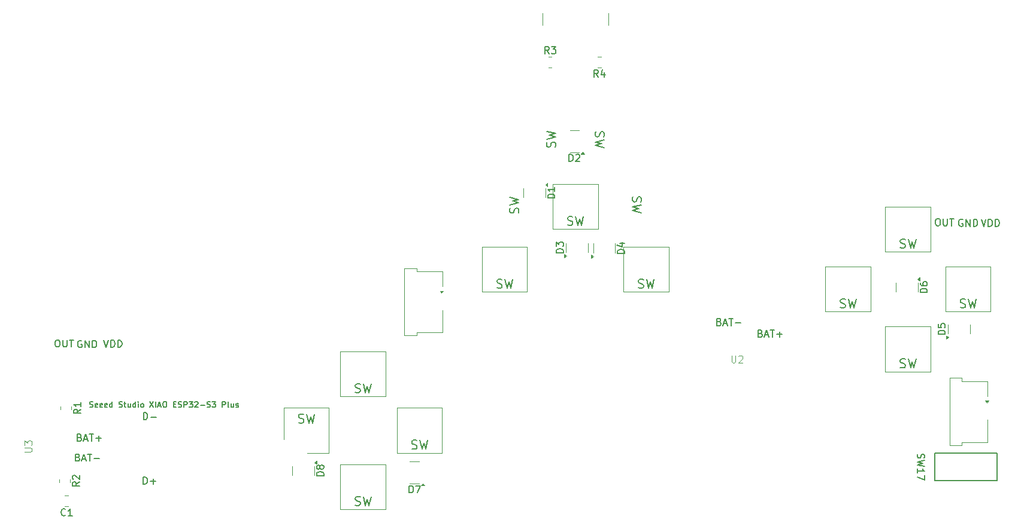
<source format=gbr>
%TF.GenerationSoftware,KiCad,Pcbnew,9.0.2*%
%TF.CreationDate,2025-07-08T14:50:53+02:00*%
%TF.ProjectId,FMControllerSeed,464d436f-6e74-4726-9f6c-6c6572536565,rev?*%
%TF.SameCoordinates,Original*%
%TF.FileFunction,Legend,Top*%
%TF.FilePolarity,Positive*%
%FSLAX46Y46*%
G04 Gerber Fmt 4.6, Leading zero omitted, Abs format (unit mm)*
G04 Created by KiCad (PCBNEW 9.0.2) date 2025-07-08 14:50:53*
%MOMM*%
%LPD*%
G01*
G04 APERTURE LIST*
%ADD10C,0.150000*%
%ADD11C,0.100000*%
%ADD12C,0.120000*%
%ADD13C,0.152400*%
G04 APERTURE END LIST*
D10*
X86956779Y-120829819D02*
X86956779Y-119829819D01*
X86956779Y-119829819D02*
X87194874Y-119829819D01*
X87194874Y-119829819D02*
X87337731Y-119877438D01*
X87337731Y-119877438D02*
X87432969Y-119972676D01*
X87432969Y-119972676D02*
X87480588Y-120067914D01*
X87480588Y-120067914D02*
X87528207Y-120258390D01*
X87528207Y-120258390D02*
X87528207Y-120401247D01*
X87528207Y-120401247D02*
X87480588Y-120591723D01*
X87480588Y-120591723D02*
X87432969Y-120686961D01*
X87432969Y-120686961D02*
X87337731Y-120782200D01*
X87337731Y-120782200D02*
X87194874Y-120829819D01*
X87194874Y-120829819D02*
X86956779Y-120829819D01*
X87956779Y-120448866D02*
X88718684Y-120448866D01*
X88337731Y-120829819D02*
X88337731Y-120067914D01*
X86986779Y-111699819D02*
X86986779Y-110699819D01*
X86986779Y-110699819D02*
X87224874Y-110699819D01*
X87224874Y-110699819D02*
X87367731Y-110747438D01*
X87367731Y-110747438D02*
X87462969Y-110842676D01*
X87462969Y-110842676D02*
X87510588Y-110937914D01*
X87510588Y-110937914D02*
X87558207Y-111128390D01*
X87558207Y-111128390D02*
X87558207Y-111271247D01*
X87558207Y-111271247D02*
X87510588Y-111461723D01*
X87510588Y-111461723D02*
X87462969Y-111556961D01*
X87462969Y-111556961D02*
X87367731Y-111652200D01*
X87367731Y-111652200D02*
X87224874Y-111699819D01*
X87224874Y-111699819D02*
X86986779Y-111699819D01*
X87986779Y-111318866D02*
X88748684Y-111318866D01*
X74727255Y-100399819D02*
X74917731Y-100399819D01*
X74917731Y-100399819D02*
X75012969Y-100447438D01*
X75012969Y-100447438D02*
X75108207Y-100542676D01*
X75108207Y-100542676D02*
X75155826Y-100733152D01*
X75155826Y-100733152D02*
X75155826Y-101066485D01*
X75155826Y-101066485D02*
X75108207Y-101256961D01*
X75108207Y-101256961D02*
X75012969Y-101352200D01*
X75012969Y-101352200D02*
X74917731Y-101399819D01*
X74917731Y-101399819D02*
X74727255Y-101399819D01*
X74727255Y-101399819D02*
X74632017Y-101352200D01*
X74632017Y-101352200D02*
X74536779Y-101256961D01*
X74536779Y-101256961D02*
X74489160Y-101066485D01*
X74489160Y-101066485D02*
X74489160Y-100733152D01*
X74489160Y-100733152D02*
X74536779Y-100542676D01*
X74536779Y-100542676D02*
X74632017Y-100447438D01*
X74632017Y-100447438D02*
X74727255Y-100399819D01*
X75584398Y-100399819D02*
X75584398Y-101209342D01*
X75584398Y-101209342D02*
X75632017Y-101304580D01*
X75632017Y-101304580D02*
X75679636Y-101352200D01*
X75679636Y-101352200D02*
X75774874Y-101399819D01*
X75774874Y-101399819D02*
X75965350Y-101399819D01*
X75965350Y-101399819D02*
X76060588Y-101352200D01*
X76060588Y-101352200D02*
X76108207Y-101304580D01*
X76108207Y-101304580D02*
X76155826Y-101209342D01*
X76155826Y-101209342D02*
X76155826Y-100399819D01*
X76489160Y-100399819D02*
X77060588Y-100399819D01*
X76774874Y-101399819D02*
X76774874Y-100399819D01*
X78237010Y-100527438D02*
X78141772Y-100479819D01*
X78141772Y-100479819D02*
X77998915Y-100479819D01*
X77998915Y-100479819D02*
X77856058Y-100527438D01*
X77856058Y-100527438D02*
X77760820Y-100622676D01*
X77760820Y-100622676D02*
X77713201Y-100717914D01*
X77713201Y-100717914D02*
X77665582Y-100908390D01*
X77665582Y-100908390D02*
X77665582Y-101051247D01*
X77665582Y-101051247D02*
X77713201Y-101241723D01*
X77713201Y-101241723D02*
X77760820Y-101336961D01*
X77760820Y-101336961D02*
X77856058Y-101432200D01*
X77856058Y-101432200D02*
X77998915Y-101479819D01*
X77998915Y-101479819D02*
X78094153Y-101479819D01*
X78094153Y-101479819D02*
X78237010Y-101432200D01*
X78237010Y-101432200D02*
X78284629Y-101384580D01*
X78284629Y-101384580D02*
X78284629Y-101051247D01*
X78284629Y-101051247D02*
X78094153Y-101051247D01*
X78713201Y-101479819D02*
X78713201Y-100479819D01*
X78713201Y-100479819D02*
X79284629Y-101479819D01*
X79284629Y-101479819D02*
X79284629Y-100479819D01*
X79760820Y-101479819D02*
X79760820Y-100479819D01*
X79760820Y-100479819D02*
X79998915Y-100479819D01*
X79998915Y-100479819D02*
X80141772Y-100527438D01*
X80141772Y-100527438D02*
X80237010Y-100622676D01*
X80237010Y-100622676D02*
X80284629Y-100717914D01*
X80284629Y-100717914D02*
X80332248Y-100908390D01*
X80332248Y-100908390D02*
X80332248Y-101051247D01*
X80332248Y-101051247D02*
X80284629Y-101241723D01*
X80284629Y-101241723D02*
X80237010Y-101336961D01*
X80237010Y-101336961D02*
X80141772Y-101432200D01*
X80141772Y-101432200D02*
X79998915Y-101479819D01*
X79998915Y-101479819D02*
X79760820Y-101479819D01*
X77700112Y-117046009D02*
X77842969Y-117093628D01*
X77842969Y-117093628D02*
X77890588Y-117141247D01*
X77890588Y-117141247D02*
X77938207Y-117236485D01*
X77938207Y-117236485D02*
X77938207Y-117379342D01*
X77938207Y-117379342D02*
X77890588Y-117474580D01*
X77890588Y-117474580D02*
X77842969Y-117522200D01*
X77842969Y-117522200D02*
X77747731Y-117569819D01*
X77747731Y-117569819D02*
X77366779Y-117569819D01*
X77366779Y-117569819D02*
X77366779Y-116569819D01*
X77366779Y-116569819D02*
X77700112Y-116569819D01*
X77700112Y-116569819D02*
X77795350Y-116617438D01*
X77795350Y-116617438D02*
X77842969Y-116665057D01*
X77842969Y-116665057D02*
X77890588Y-116760295D01*
X77890588Y-116760295D02*
X77890588Y-116855533D01*
X77890588Y-116855533D02*
X77842969Y-116950771D01*
X77842969Y-116950771D02*
X77795350Y-116998390D01*
X77795350Y-116998390D02*
X77700112Y-117046009D01*
X77700112Y-117046009D02*
X77366779Y-117046009D01*
X78319160Y-117284104D02*
X78795350Y-117284104D01*
X78223922Y-117569819D02*
X78557255Y-116569819D01*
X78557255Y-116569819D02*
X78890588Y-117569819D01*
X79081065Y-116569819D02*
X79652493Y-116569819D01*
X79366779Y-117569819D02*
X79366779Y-116569819D01*
X79985827Y-117188866D02*
X80747732Y-117188866D01*
X199197255Y-83219819D02*
X199387731Y-83219819D01*
X199387731Y-83219819D02*
X199482969Y-83267438D01*
X199482969Y-83267438D02*
X199578207Y-83362676D01*
X199578207Y-83362676D02*
X199625826Y-83553152D01*
X199625826Y-83553152D02*
X199625826Y-83886485D01*
X199625826Y-83886485D02*
X199578207Y-84076961D01*
X199578207Y-84076961D02*
X199482969Y-84172200D01*
X199482969Y-84172200D02*
X199387731Y-84219819D01*
X199387731Y-84219819D02*
X199197255Y-84219819D01*
X199197255Y-84219819D02*
X199102017Y-84172200D01*
X199102017Y-84172200D02*
X199006779Y-84076961D01*
X199006779Y-84076961D02*
X198959160Y-83886485D01*
X198959160Y-83886485D02*
X198959160Y-83553152D01*
X198959160Y-83553152D02*
X199006779Y-83362676D01*
X199006779Y-83362676D02*
X199102017Y-83267438D01*
X199102017Y-83267438D02*
X199197255Y-83219819D01*
X200054398Y-83219819D02*
X200054398Y-84029342D01*
X200054398Y-84029342D02*
X200102017Y-84124580D01*
X200102017Y-84124580D02*
X200149636Y-84172200D01*
X200149636Y-84172200D02*
X200244874Y-84219819D01*
X200244874Y-84219819D02*
X200435350Y-84219819D01*
X200435350Y-84219819D02*
X200530588Y-84172200D01*
X200530588Y-84172200D02*
X200578207Y-84124580D01*
X200578207Y-84124580D02*
X200625826Y-84029342D01*
X200625826Y-84029342D02*
X200625826Y-83219819D01*
X200959160Y-83219819D02*
X201530588Y-83219819D01*
X201244874Y-84219819D02*
X201244874Y-83219819D01*
X174220112Y-99466009D02*
X174362969Y-99513628D01*
X174362969Y-99513628D02*
X174410588Y-99561247D01*
X174410588Y-99561247D02*
X174458207Y-99656485D01*
X174458207Y-99656485D02*
X174458207Y-99799342D01*
X174458207Y-99799342D02*
X174410588Y-99894580D01*
X174410588Y-99894580D02*
X174362969Y-99942200D01*
X174362969Y-99942200D02*
X174267731Y-99989819D01*
X174267731Y-99989819D02*
X173886779Y-99989819D01*
X173886779Y-99989819D02*
X173886779Y-98989819D01*
X173886779Y-98989819D02*
X174220112Y-98989819D01*
X174220112Y-98989819D02*
X174315350Y-99037438D01*
X174315350Y-99037438D02*
X174362969Y-99085057D01*
X174362969Y-99085057D02*
X174410588Y-99180295D01*
X174410588Y-99180295D02*
X174410588Y-99275533D01*
X174410588Y-99275533D02*
X174362969Y-99370771D01*
X174362969Y-99370771D02*
X174315350Y-99418390D01*
X174315350Y-99418390D02*
X174220112Y-99466009D01*
X174220112Y-99466009D02*
X173886779Y-99466009D01*
X174839160Y-99704104D02*
X175315350Y-99704104D01*
X174743922Y-99989819D02*
X175077255Y-98989819D01*
X175077255Y-98989819D02*
X175410588Y-99989819D01*
X175601065Y-98989819D02*
X176172493Y-98989819D01*
X175886779Y-99989819D02*
X175886779Y-98989819D01*
X176505827Y-99608866D02*
X177267732Y-99608866D01*
X176886779Y-99989819D02*
X176886779Y-99227914D01*
X205423922Y-83319819D02*
X205757255Y-84319819D01*
X205757255Y-84319819D02*
X206090588Y-83319819D01*
X206423922Y-84319819D02*
X206423922Y-83319819D01*
X206423922Y-83319819D02*
X206662017Y-83319819D01*
X206662017Y-83319819D02*
X206804874Y-83367438D01*
X206804874Y-83367438D02*
X206900112Y-83462676D01*
X206900112Y-83462676D02*
X206947731Y-83557914D01*
X206947731Y-83557914D02*
X206995350Y-83748390D01*
X206995350Y-83748390D02*
X206995350Y-83891247D01*
X206995350Y-83891247D02*
X206947731Y-84081723D01*
X206947731Y-84081723D02*
X206900112Y-84176961D01*
X206900112Y-84176961D02*
X206804874Y-84272200D01*
X206804874Y-84272200D02*
X206662017Y-84319819D01*
X206662017Y-84319819D02*
X206423922Y-84319819D01*
X207423922Y-84319819D02*
X207423922Y-83319819D01*
X207423922Y-83319819D02*
X207662017Y-83319819D01*
X207662017Y-83319819D02*
X207804874Y-83367438D01*
X207804874Y-83367438D02*
X207900112Y-83462676D01*
X207900112Y-83462676D02*
X207947731Y-83557914D01*
X207947731Y-83557914D02*
X207995350Y-83748390D01*
X207995350Y-83748390D02*
X207995350Y-83891247D01*
X207995350Y-83891247D02*
X207947731Y-84081723D01*
X207947731Y-84081723D02*
X207900112Y-84176961D01*
X207900112Y-84176961D02*
X207804874Y-84272200D01*
X207804874Y-84272200D02*
X207662017Y-84319819D01*
X207662017Y-84319819D02*
X207423922Y-84319819D01*
X81353922Y-100419819D02*
X81687255Y-101419819D01*
X81687255Y-101419819D02*
X82020588Y-100419819D01*
X82353922Y-101419819D02*
X82353922Y-100419819D01*
X82353922Y-100419819D02*
X82592017Y-100419819D01*
X82592017Y-100419819D02*
X82734874Y-100467438D01*
X82734874Y-100467438D02*
X82830112Y-100562676D01*
X82830112Y-100562676D02*
X82877731Y-100657914D01*
X82877731Y-100657914D02*
X82925350Y-100848390D01*
X82925350Y-100848390D02*
X82925350Y-100991247D01*
X82925350Y-100991247D02*
X82877731Y-101181723D01*
X82877731Y-101181723D02*
X82830112Y-101276961D01*
X82830112Y-101276961D02*
X82734874Y-101372200D01*
X82734874Y-101372200D02*
X82592017Y-101419819D01*
X82592017Y-101419819D02*
X82353922Y-101419819D01*
X83353922Y-101419819D02*
X83353922Y-100419819D01*
X83353922Y-100419819D02*
X83592017Y-100419819D01*
X83592017Y-100419819D02*
X83734874Y-100467438D01*
X83734874Y-100467438D02*
X83830112Y-100562676D01*
X83830112Y-100562676D02*
X83877731Y-100657914D01*
X83877731Y-100657914D02*
X83925350Y-100848390D01*
X83925350Y-100848390D02*
X83925350Y-100991247D01*
X83925350Y-100991247D02*
X83877731Y-101181723D01*
X83877731Y-101181723D02*
X83830112Y-101276961D01*
X83830112Y-101276961D02*
X83734874Y-101372200D01*
X83734874Y-101372200D02*
X83592017Y-101419819D01*
X83592017Y-101419819D02*
X83353922Y-101419819D01*
X168370112Y-97846009D02*
X168512969Y-97893628D01*
X168512969Y-97893628D02*
X168560588Y-97941247D01*
X168560588Y-97941247D02*
X168608207Y-98036485D01*
X168608207Y-98036485D02*
X168608207Y-98179342D01*
X168608207Y-98179342D02*
X168560588Y-98274580D01*
X168560588Y-98274580D02*
X168512969Y-98322200D01*
X168512969Y-98322200D02*
X168417731Y-98369819D01*
X168417731Y-98369819D02*
X168036779Y-98369819D01*
X168036779Y-98369819D02*
X168036779Y-97369819D01*
X168036779Y-97369819D02*
X168370112Y-97369819D01*
X168370112Y-97369819D02*
X168465350Y-97417438D01*
X168465350Y-97417438D02*
X168512969Y-97465057D01*
X168512969Y-97465057D02*
X168560588Y-97560295D01*
X168560588Y-97560295D02*
X168560588Y-97655533D01*
X168560588Y-97655533D02*
X168512969Y-97750771D01*
X168512969Y-97750771D02*
X168465350Y-97798390D01*
X168465350Y-97798390D02*
X168370112Y-97846009D01*
X168370112Y-97846009D02*
X168036779Y-97846009D01*
X168989160Y-98084104D02*
X169465350Y-98084104D01*
X168893922Y-98369819D02*
X169227255Y-97369819D01*
X169227255Y-97369819D02*
X169560588Y-98369819D01*
X169751065Y-97369819D02*
X170322493Y-97369819D01*
X170036779Y-98369819D02*
X170036779Y-97369819D01*
X170655827Y-97988866D02*
X171417732Y-97988866D01*
X202800588Y-83357438D02*
X202705350Y-83309819D01*
X202705350Y-83309819D02*
X202562493Y-83309819D01*
X202562493Y-83309819D02*
X202419636Y-83357438D01*
X202419636Y-83357438D02*
X202324398Y-83452676D01*
X202324398Y-83452676D02*
X202276779Y-83547914D01*
X202276779Y-83547914D02*
X202229160Y-83738390D01*
X202229160Y-83738390D02*
X202229160Y-83881247D01*
X202229160Y-83881247D02*
X202276779Y-84071723D01*
X202276779Y-84071723D02*
X202324398Y-84166961D01*
X202324398Y-84166961D02*
X202419636Y-84262200D01*
X202419636Y-84262200D02*
X202562493Y-84309819D01*
X202562493Y-84309819D02*
X202657731Y-84309819D01*
X202657731Y-84309819D02*
X202800588Y-84262200D01*
X202800588Y-84262200D02*
X202848207Y-84214580D01*
X202848207Y-84214580D02*
X202848207Y-83881247D01*
X202848207Y-83881247D02*
X202657731Y-83881247D01*
X203276779Y-84309819D02*
X203276779Y-83309819D01*
X203276779Y-83309819D02*
X203848207Y-84309819D01*
X203848207Y-84309819D02*
X203848207Y-83309819D01*
X204324398Y-84309819D02*
X204324398Y-83309819D01*
X204324398Y-83309819D02*
X204562493Y-83309819D01*
X204562493Y-83309819D02*
X204705350Y-83357438D01*
X204705350Y-83357438D02*
X204800588Y-83452676D01*
X204800588Y-83452676D02*
X204848207Y-83547914D01*
X204848207Y-83547914D02*
X204895826Y-83738390D01*
X204895826Y-83738390D02*
X204895826Y-83881247D01*
X204895826Y-83881247D02*
X204848207Y-84071723D01*
X204848207Y-84071723D02*
X204800588Y-84166961D01*
X204800588Y-84166961D02*
X204705350Y-84262200D01*
X204705350Y-84262200D02*
X204562493Y-84309819D01*
X204562493Y-84309819D02*
X204324398Y-84309819D01*
X77960112Y-114206009D02*
X78102969Y-114253628D01*
X78102969Y-114253628D02*
X78150588Y-114301247D01*
X78150588Y-114301247D02*
X78198207Y-114396485D01*
X78198207Y-114396485D02*
X78198207Y-114539342D01*
X78198207Y-114539342D02*
X78150588Y-114634580D01*
X78150588Y-114634580D02*
X78102969Y-114682200D01*
X78102969Y-114682200D02*
X78007731Y-114729819D01*
X78007731Y-114729819D02*
X77626779Y-114729819D01*
X77626779Y-114729819D02*
X77626779Y-113729819D01*
X77626779Y-113729819D02*
X77960112Y-113729819D01*
X77960112Y-113729819D02*
X78055350Y-113777438D01*
X78055350Y-113777438D02*
X78102969Y-113825057D01*
X78102969Y-113825057D02*
X78150588Y-113920295D01*
X78150588Y-113920295D02*
X78150588Y-114015533D01*
X78150588Y-114015533D02*
X78102969Y-114110771D01*
X78102969Y-114110771D02*
X78055350Y-114158390D01*
X78055350Y-114158390D02*
X77960112Y-114206009D01*
X77960112Y-114206009D02*
X77626779Y-114206009D01*
X78579160Y-114444104D02*
X79055350Y-114444104D01*
X78483922Y-114729819D02*
X78817255Y-113729819D01*
X78817255Y-113729819D02*
X79150588Y-114729819D01*
X79341065Y-113729819D02*
X79912493Y-113729819D01*
X79626779Y-114729819D02*
X79626779Y-113729819D01*
X80245827Y-114348866D02*
X81007732Y-114348866D01*
X80626779Y-114729819D02*
X80626779Y-113967914D01*
X79361064Y-109906200D02*
X79475350Y-109944295D01*
X79475350Y-109944295D02*
X79665826Y-109944295D01*
X79665826Y-109944295D02*
X79742017Y-109906200D01*
X79742017Y-109906200D02*
X79780112Y-109868104D01*
X79780112Y-109868104D02*
X79818207Y-109791914D01*
X79818207Y-109791914D02*
X79818207Y-109715723D01*
X79818207Y-109715723D02*
X79780112Y-109639533D01*
X79780112Y-109639533D02*
X79742017Y-109601438D01*
X79742017Y-109601438D02*
X79665826Y-109563342D01*
X79665826Y-109563342D02*
X79513445Y-109525247D01*
X79513445Y-109525247D02*
X79437255Y-109487152D01*
X79437255Y-109487152D02*
X79399160Y-109449057D01*
X79399160Y-109449057D02*
X79361064Y-109372866D01*
X79361064Y-109372866D02*
X79361064Y-109296676D01*
X79361064Y-109296676D02*
X79399160Y-109220485D01*
X79399160Y-109220485D02*
X79437255Y-109182390D01*
X79437255Y-109182390D02*
X79513445Y-109144295D01*
X79513445Y-109144295D02*
X79703922Y-109144295D01*
X79703922Y-109144295D02*
X79818207Y-109182390D01*
X80465827Y-109906200D02*
X80389636Y-109944295D01*
X80389636Y-109944295D02*
X80237255Y-109944295D01*
X80237255Y-109944295D02*
X80161065Y-109906200D01*
X80161065Y-109906200D02*
X80122969Y-109830009D01*
X80122969Y-109830009D02*
X80122969Y-109525247D01*
X80122969Y-109525247D02*
X80161065Y-109449057D01*
X80161065Y-109449057D02*
X80237255Y-109410961D01*
X80237255Y-109410961D02*
X80389636Y-109410961D01*
X80389636Y-109410961D02*
X80465827Y-109449057D01*
X80465827Y-109449057D02*
X80503922Y-109525247D01*
X80503922Y-109525247D02*
X80503922Y-109601438D01*
X80503922Y-109601438D02*
X80122969Y-109677628D01*
X81151541Y-109906200D02*
X81075350Y-109944295D01*
X81075350Y-109944295D02*
X80922969Y-109944295D01*
X80922969Y-109944295D02*
X80846779Y-109906200D01*
X80846779Y-109906200D02*
X80808683Y-109830009D01*
X80808683Y-109830009D02*
X80808683Y-109525247D01*
X80808683Y-109525247D02*
X80846779Y-109449057D01*
X80846779Y-109449057D02*
X80922969Y-109410961D01*
X80922969Y-109410961D02*
X81075350Y-109410961D01*
X81075350Y-109410961D02*
X81151541Y-109449057D01*
X81151541Y-109449057D02*
X81189636Y-109525247D01*
X81189636Y-109525247D02*
X81189636Y-109601438D01*
X81189636Y-109601438D02*
X80808683Y-109677628D01*
X81837255Y-109906200D02*
X81761064Y-109944295D01*
X81761064Y-109944295D02*
X81608683Y-109944295D01*
X81608683Y-109944295D02*
X81532493Y-109906200D01*
X81532493Y-109906200D02*
X81494397Y-109830009D01*
X81494397Y-109830009D02*
X81494397Y-109525247D01*
X81494397Y-109525247D02*
X81532493Y-109449057D01*
X81532493Y-109449057D02*
X81608683Y-109410961D01*
X81608683Y-109410961D02*
X81761064Y-109410961D01*
X81761064Y-109410961D02*
X81837255Y-109449057D01*
X81837255Y-109449057D02*
X81875350Y-109525247D01*
X81875350Y-109525247D02*
X81875350Y-109601438D01*
X81875350Y-109601438D02*
X81494397Y-109677628D01*
X82561064Y-109944295D02*
X82561064Y-109144295D01*
X82561064Y-109906200D02*
X82484873Y-109944295D01*
X82484873Y-109944295D02*
X82332492Y-109944295D01*
X82332492Y-109944295D02*
X82256302Y-109906200D01*
X82256302Y-109906200D02*
X82218207Y-109868104D01*
X82218207Y-109868104D02*
X82180111Y-109791914D01*
X82180111Y-109791914D02*
X82180111Y-109563342D01*
X82180111Y-109563342D02*
X82218207Y-109487152D01*
X82218207Y-109487152D02*
X82256302Y-109449057D01*
X82256302Y-109449057D02*
X82332492Y-109410961D01*
X82332492Y-109410961D02*
X82484873Y-109410961D01*
X82484873Y-109410961D02*
X82561064Y-109449057D01*
X83513445Y-109906200D02*
X83627731Y-109944295D01*
X83627731Y-109944295D02*
X83818207Y-109944295D01*
X83818207Y-109944295D02*
X83894398Y-109906200D01*
X83894398Y-109906200D02*
X83932493Y-109868104D01*
X83932493Y-109868104D02*
X83970588Y-109791914D01*
X83970588Y-109791914D02*
X83970588Y-109715723D01*
X83970588Y-109715723D02*
X83932493Y-109639533D01*
X83932493Y-109639533D02*
X83894398Y-109601438D01*
X83894398Y-109601438D02*
X83818207Y-109563342D01*
X83818207Y-109563342D02*
X83665826Y-109525247D01*
X83665826Y-109525247D02*
X83589636Y-109487152D01*
X83589636Y-109487152D02*
X83551541Y-109449057D01*
X83551541Y-109449057D02*
X83513445Y-109372866D01*
X83513445Y-109372866D02*
X83513445Y-109296676D01*
X83513445Y-109296676D02*
X83551541Y-109220485D01*
X83551541Y-109220485D02*
X83589636Y-109182390D01*
X83589636Y-109182390D02*
X83665826Y-109144295D01*
X83665826Y-109144295D02*
X83856303Y-109144295D01*
X83856303Y-109144295D02*
X83970588Y-109182390D01*
X84199160Y-109410961D02*
X84503922Y-109410961D01*
X84313446Y-109144295D02*
X84313446Y-109830009D01*
X84313446Y-109830009D02*
X84351541Y-109906200D01*
X84351541Y-109906200D02*
X84427731Y-109944295D01*
X84427731Y-109944295D02*
X84503922Y-109944295D01*
X85113446Y-109410961D02*
X85113446Y-109944295D01*
X84770589Y-109410961D02*
X84770589Y-109830009D01*
X84770589Y-109830009D02*
X84808684Y-109906200D01*
X84808684Y-109906200D02*
X84884874Y-109944295D01*
X84884874Y-109944295D02*
X84999160Y-109944295D01*
X84999160Y-109944295D02*
X85075351Y-109906200D01*
X85075351Y-109906200D02*
X85113446Y-109868104D01*
X85837256Y-109944295D02*
X85837256Y-109144295D01*
X85837256Y-109906200D02*
X85761065Y-109944295D01*
X85761065Y-109944295D02*
X85608684Y-109944295D01*
X85608684Y-109944295D02*
X85532494Y-109906200D01*
X85532494Y-109906200D02*
X85494399Y-109868104D01*
X85494399Y-109868104D02*
X85456303Y-109791914D01*
X85456303Y-109791914D02*
X85456303Y-109563342D01*
X85456303Y-109563342D02*
X85494399Y-109487152D01*
X85494399Y-109487152D02*
X85532494Y-109449057D01*
X85532494Y-109449057D02*
X85608684Y-109410961D01*
X85608684Y-109410961D02*
X85761065Y-109410961D01*
X85761065Y-109410961D02*
X85837256Y-109449057D01*
X86218209Y-109944295D02*
X86218209Y-109410961D01*
X86218209Y-109144295D02*
X86180113Y-109182390D01*
X86180113Y-109182390D02*
X86218209Y-109220485D01*
X86218209Y-109220485D02*
X86256304Y-109182390D01*
X86256304Y-109182390D02*
X86218209Y-109144295D01*
X86218209Y-109144295D02*
X86218209Y-109220485D01*
X86713446Y-109944295D02*
X86637256Y-109906200D01*
X86637256Y-109906200D02*
X86599161Y-109868104D01*
X86599161Y-109868104D02*
X86561065Y-109791914D01*
X86561065Y-109791914D02*
X86561065Y-109563342D01*
X86561065Y-109563342D02*
X86599161Y-109487152D01*
X86599161Y-109487152D02*
X86637256Y-109449057D01*
X86637256Y-109449057D02*
X86713446Y-109410961D01*
X86713446Y-109410961D02*
X86827732Y-109410961D01*
X86827732Y-109410961D02*
X86903923Y-109449057D01*
X86903923Y-109449057D02*
X86942018Y-109487152D01*
X86942018Y-109487152D02*
X86980113Y-109563342D01*
X86980113Y-109563342D02*
X86980113Y-109791914D01*
X86980113Y-109791914D02*
X86942018Y-109868104D01*
X86942018Y-109868104D02*
X86903923Y-109906200D01*
X86903923Y-109906200D02*
X86827732Y-109944295D01*
X86827732Y-109944295D02*
X86713446Y-109944295D01*
X87856304Y-109144295D02*
X88389638Y-109944295D01*
X88389638Y-109144295D02*
X87856304Y-109944295D01*
X88694400Y-109944295D02*
X88694400Y-109144295D01*
X89037256Y-109715723D02*
X89418209Y-109715723D01*
X88961066Y-109944295D02*
X89227733Y-109144295D01*
X89227733Y-109144295D02*
X89494399Y-109944295D01*
X89913447Y-109144295D02*
X90065828Y-109144295D01*
X90065828Y-109144295D02*
X90142018Y-109182390D01*
X90142018Y-109182390D02*
X90218209Y-109258580D01*
X90218209Y-109258580D02*
X90256304Y-109410961D01*
X90256304Y-109410961D02*
X90256304Y-109677628D01*
X90256304Y-109677628D02*
X90218209Y-109830009D01*
X90218209Y-109830009D02*
X90142018Y-109906200D01*
X90142018Y-109906200D02*
X90065828Y-109944295D01*
X90065828Y-109944295D02*
X89913447Y-109944295D01*
X89913447Y-109944295D02*
X89837256Y-109906200D01*
X89837256Y-109906200D02*
X89761066Y-109830009D01*
X89761066Y-109830009D02*
X89722970Y-109677628D01*
X89722970Y-109677628D02*
X89722970Y-109410961D01*
X89722970Y-109410961D02*
X89761066Y-109258580D01*
X89761066Y-109258580D02*
X89837256Y-109182390D01*
X89837256Y-109182390D02*
X89913447Y-109144295D01*
X91208685Y-109525247D02*
X91475351Y-109525247D01*
X91589637Y-109944295D02*
X91208685Y-109944295D01*
X91208685Y-109944295D02*
X91208685Y-109144295D01*
X91208685Y-109144295D02*
X91589637Y-109144295D01*
X91894399Y-109906200D02*
X92008685Y-109944295D01*
X92008685Y-109944295D02*
X92199161Y-109944295D01*
X92199161Y-109944295D02*
X92275352Y-109906200D01*
X92275352Y-109906200D02*
X92313447Y-109868104D01*
X92313447Y-109868104D02*
X92351542Y-109791914D01*
X92351542Y-109791914D02*
X92351542Y-109715723D01*
X92351542Y-109715723D02*
X92313447Y-109639533D01*
X92313447Y-109639533D02*
X92275352Y-109601438D01*
X92275352Y-109601438D02*
X92199161Y-109563342D01*
X92199161Y-109563342D02*
X92046780Y-109525247D01*
X92046780Y-109525247D02*
X91970590Y-109487152D01*
X91970590Y-109487152D02*
X91932495Y-109449057D01*
X91932495Y-109449057D02*
X91894399Y-109372866D01*
X91894399Y-109372866D02*
X91894399Y-109296676D01*
X91894399Y-109296676D02*
X91932495Y-109220485D01*
X91932495Y-109220485D02*
X91970590Y-109182390D01*
X91970590Y-109182390D02*
X92046780Y-109144295D01*
X92046780Y-109144295D02*
X92237257Y-109144295D01*
X92237257Y-109144295D02*
X92351542Y-109182390D01*
X92694400Y-109944295D02*
X92694400Y-109144295D01*
X92694400Y-109144295D02*
X92999162Y-109144295D01*
X92999162Y-109144295D02*
X93075352Y-109182390D01*
X93075352Y-109182390D02*
X93113447Y-109220485D01*
X93113447Y-109220485D02*
X93151543Y-109296676D01*
X93151543Y-109296676D02*
X93151543Y-109410961D01*
X93151543Y-109410961D02*
X93113447Y-109487152D01*
X93113447Y-109487152D02*
X93075352Y-109525247D01*
X93075352Y-109525247D02*
X92999162Y-109563342D01*
X92999162Y-109563342D02*
X92694400Y-109563342D01*
X93418209Y-109144295D02*
X93913447Y-109144295D01*
X93913447Y-109144295D02*
X93646781Y-109449057D01*
X93646781Y-109449057D02*
X93761066Y-109449057D01*
X93761066Y-109449057D02*
X93837257Y-109487152D01*
X93837257Y-109487152D02*
X93875352Y-109525247D01*
X93875352Y-109525247D02*
X93913447Y-109601438D01*
X93913447Y-109601438D02*
X93913447Y-109791914D01*
X93913447Y-109791914D02*
X93875352Y-109868104D01*
X93875352Y-109868104D02*
X93837257Y-109906200D01*
X93837257Y-109906200D02*
X93761066Y-109944295D01*
X93761066Y-109944295D02*
X93532495Y-109944295D01*
X93532495Y-109944295D02*
X93456304Y-109906200D01*
X93456304Y-109906200D02*
X93418209Y-109868104D01*
X94218209Y-109220485D02*
X94256305Y-109182390D01*
X94256305Y-109182390D02*
X94332495Y-109144295D01*
X94332495Y-109144295D02*
X94522971Y-109144295D01*
X94522971Y-109144295D02*
X94599162Y-109182390D01*
X94599162Y-109182390D02*
X94637257Y-109220485D01*
X94637257Y-109220485D02*
X94675352Y-109296676D01*
X94675352Y-109296676D02*
X94675352Y-109372866D01*
X94675352Y-109372866D02*
X94637257Y-109487152D01*
X94637257Y-109487152D02*
X94180114Y-109944295D01*
X94180114Y-109944295D02*
X94675352Y-109944295D01*
X95018210Y-109639533D02*
X95627734Y-109639533D01*
X95970590Y-109906200D02*
X96084876Y-109944295D01*
X96084876Y-109944295D02*
X96275352Y-109944295D01*
X96275352Y-109944295D02*
X96351543Y-109906200D01*
X96351543Y-109906200D02*
X96389638Y-109868104D01*
X96389638Y-109868104D02*
X96427733Y-109791914D01*
X96427733Y-109791914D02*
X96427733Y-109715723D01*
X96427733Y-109715723D02*
X96389638Y-109639533D01*
X96389638Y-109639533D02*
X96351543Y-109601438D01*
X96351543Y-109601438D02*
X96275352Y-109563342D01*
X96275352Y-109563342D02*
X96122971Y-109525247D01*
X96122971Y-109525247D02*
X96046781Y-109487152D01*
X96046781Y-109487152D02*
X96008686Y-109449057D01*
X96008686Y-109449057D02*
X95970590Y-109372866D01*
X95970590Y-109372866D02*
X95970590Y-109296676D01*
X95970590Y-109296676D02*
X96008686Y-109220485D01*
X96008686Y-109220485D02*
X96046781Y-109182390D01*
X96046781Y-109182390D02*
X96122971Y-109144295D01*
X96122971Y-109144295D02*
X96313448Y-109144295D01*
X96313448Y-109144295D02*
X96427733Y-109182390D01*
X96694400Y-109144295D02*
X97189638Y-109144295D01*
X97189638Y-109144295D02*
X96922972Y-109449057D01*
X96922972Y-109449057D02*
X97037257Y-109449057D01*
X97037257Y-109449057D02*
X97113448Y-109487152D01*
X97113448Y-109487152D02*
X97151543Y-109525247D01*
X97151543Y-109525247D02*
X97189638Y-109601438D01*
X97189638Y-109601438D02*
X97189638Y-109791914D01*
X97189638Y-109791914D02*
X97151543Y-109868104D01*
X97151543Y-109868104D02*
X97113448Y-109906200D01*
X97113448Y-109906200D02*
X97037257Y-109944295D01*
X97037257Y-109944295D02*
X96808686Y-109944295D01*
X96808686Y-109944295D02*
X96732495Y-109906200D01*
X96732495Y-109906200D02*
X96694400Y-109868104D01*
X98142020Y-109944295D02*
X98142020Y-109144295D01*
X98142020Y-109144295D02*
X98446782Y-109144295D01*
X98446782Y-109144295D02*
X98522972Y-109182390D01*
X98522972Y-109182390D02*
X98561067Y-109220485D01*
X98561067Y-109220485D02*
X98599163Y-109296676D01*
X98599163Y-109296676D02*
X98599163Y-109410961D01*
X98599163Y-109410961D02*
X98561067Y-109487152D01*
X98561067Y-109487152D02*
X98522972Y-109525247D01*
X98522972Y-109525247D02*
X98446782Y-109563342D01*
X98446782Y-109563342D02*
X98142020Y-109563342D01*
X99056305Y-109944295D02*
X98980115Y-109906200D01*
X98980115Y-109906200D02*
X98942020Y-109830009D01*
X98942020Y-109830009D02*
X98942020Y-109144295D01*
X99703925Y-109410961D02*
X99703925Y-109944295D01*
X99361068Y-109410961D02*
X99361068Y-109830009D01*
X99361068Y-109830009D02*
X99399163Y-109906200D01*
X99399163Y-109906200D02*
X99475353Y-109944295D01*
X99475353Y-109944295D02*
X99589639Y-109944295D01*
X99589639Y-109944295D02*
X99665830Y-109906200D01*
X99665830Y-109906200D02*
X99703925Y-109868104D01*
X100046782Y-109906200D02*
X100122973Y-109944295D01*
X100122973Y-109944295D02*
X100275354Y-109944295D01*
X100275354Y-109944295D02*
X100351544Y-109906200D01*
X100351544Y-109906200D02*
X100389640Y-109830009D01*
X100389640Y-109830009D02*
X100389640Y-109791914D01*
X100389640Y-109791914D02*
X100351544Y-109715723D01*
X100351544Y-109715723D02*
X100275354Y-109677628D01*
X100275354Y-109677628D02*
X100161068Y-109677628D01*
X100161068Y-109677628D02*
X100084878Y-109639533D01*
X100084878Y-109639533D02*
X100046782Y-109563342D01*
X100046782Y-109563342D02*
X100046782Y-109525247D01*
X100046782Y-109525247D02*
X100084878Y-109449057D01*
X100084878Y-109449057D02*
X100161068Y-109410961D01*
X100161068Y-109410961D02*
X100275354Y-109410961D01*
X100275354Y-109410961D02*
X100351544Y-109449057D01*
X145159250Y-73088571D02*
X145219726Y-72907142D01*
X145219726Y-72907142D02*
X145219726Y-72604761D01*
X145219726Y-72604761D02*
X145159250Y-72483809D01*
X145159250Y-72483809D02*
X145098773Y-72423333D01*
X145098773Y-72423333D02*
X144977821Y-72362856D01*
X144977821Y-72362856D02*
X144856869Y-72362856D01*
X144856869Y-72362856D02*
X144735916Y-72423333D01*
X144735916Y-72423333D02*
X144675440Y-72483809D01*
X144675440Y-72483809D02*
X144614964Y-72604761D01*
X144614964Y-72604761D02*
X144554488Y-72846666D01*
X144554488Y-72846666D02*
X144494011Y-72967618D01*
X144494011Y-72967618D02*
X144433535Y-73028095D01*
X144433535Y-73028095D02*
X144312583Y-73088571D01*
X144312583Y-73088571D02*
X144191630Y-73088571D01*
X144191630Y-73088571D02*
X144070678Y-73028095D01*
X144070678Y-73028095D02*
X144010202Y-72967618D01*
X144010202Y-72967618D02*
X143949726Y-72846666D01*
X143949726Y-72846666D02*
X143949726Y-72544285D01*
X143949726Y-72544285D02*
X144010202Y-72362856D01*
X143949726Y-71939523D02*
X145219726Y-71637142D01*
X145219726Y-71637142D02*
X144312583Y-71395237D01*
X144312583Y-71395237D02*
X145219726Y-71153332D01*
X145219726Y-71153332D02*
X143949726Y-70850952D01*
X124551905Y-122057319D02*
X124551905Y-121057319D01*
X124551905Y-121057319D02*
X124790000Y-121057319D01*
X124790000Y-121057319D02*
X124932857Y-121104938D01*
X124932857Y-121104938D02*
X125028095Y-121200176D01*
X125028095Y-121200176D02*
X125075714Y-121295414D01*
X125075714Y-121295414D02*
X125123333Y-121485890D01*
X125123333Y-121485890D02*
X125123333Y-121628747D01*
X125123333Y-121628747D02*
X125075714Y-121819223D01*
X125075714Y-121819223D02*
X125028095Y-121914461D01*
X125028095Y-121914461D02*
X124932857Y-122009700D01*
X124932857Y-122009700D02*
X124790000Y-122057319D01*
X124790000Y-122057319D02*
X124551905Y-122057319D01*
X125456667Y-121057319D02*
X126123333Y-121057319D01*
X126123333Y-121057319D02*
X125694762Y-122057319D01*
X146334819Y-88060594D02*
X145334819Y-88060594D01*
X145334819Y-88060594D02*
X145334819Y-87822499D01*
X145334819Y-87822499D02*
X145382438Y-87679642D01*
X145382438Y-87679642D02*
X145477676Y-87584404D01*
X145477676Y-87584404D02*
X145572914Y-87536785D01*
X145572914Y-87536785D02*
X145763390Y-87489166D01*
X145763390Y-87489166D02*
X145906247Y-87489166D01*
X145906247Y-87489166D02*
X146096723Y-87536785D01*
X146096723Y-87536785D02*
X146191961Y-87584404D01*
X146191961Y-87584404D02*
X146287200Y-87679642D01*
X146287200Y-87679642D02*
X146334819Y-87822499D01*
X146334819Y-87822499D02*
X146334819Y-88060594D01*
X145334819Y-87155832D02*
X145334819Y-86536785D01*
X145334819Y-86536785D02*
X145715771Y-86870118D01*
X145715771Y-86870118D02*
X145715771Y-86727261D01*
X145715771Y-86727261D02*
X145763390Y-86632023D01*
X145763390Y-86632023D02*
X145811009Y-86584404D01*
X145811009Y-86584404D02*
X145906247Y-86536785D01*
X145906247Y-86536785D02*
X146144342Y-86536785D01*
X146144342Y-86536785D02*
X146239580Y-86584404D01*
X146239580Y-86584404D02*
X146287200Y-86632023D01*
X146287200Y-86632023D02*
X146334819Y-86727261D01*
X146334819Y-86727261D02*
X146334819Y-87012975D01*
X146334819Y-87012975D02*
X146287200Y-87108213D01*
X146287200Y-87108213D02*
X146239580Y-87155832D01*
X139979250Y-82428571D02*
X140039726Y-82247142D01*
X140039726Y-82247142D02*
X140039726Y-81944761D01*
X140039726Y-81944761D02*
X139979250Y-81823809D01*
X139979250Y-81823809D02*
X139918773Y-81763333D01*
X139918773Y-81763333D02*
X139797821Y-81702856D01*
X139797821Y-81702856D02*
X139676869Y-81702856D01*
X139676869Y-81702856D02*
X139555916Y-81763333D01*
X139555916Y-81763333D02*
X139495440Y-81823809D01*
X139495440Y-81823809D02*
X139434964Y-81944761D01*
X139434964Y-81944761D02*
X139374488Y-82186666D01*
X139374488Y-82186666D02*
X139314011Y-82307618D01*
X139314011Y-82307618D02*
X139253535Y-82368095D01*
X139253535Y-82368095D02*
X139132583Y-82428571D01*
X139132583Y-82428571D02*
X139011630Y-82428571D01*
X139011630Y-82428571D02*
X138890678Y-82368095D01*
X138890678Y-82368095D02*
X138830202Y-82307618D01*
X138830202Y-82307618D02*
X138769726Y-82186666D01*
X138769726Y-82186666D02*
X138769726Y-81884285D01*
X138769726Y-81884285D02*
X138830202Y-81702856D01*
X138769726Y-81279523D02*
X140039726Y-80977142D01*
X140039726Y-80977142D02*
X139132583Y-80735237D01*
X139132583Y-80735237D02*
X140039726Y-80493332D01*
X140039726Y-80493332D02*
X138769726Y-80190952D01*
X196452800Y-116570476D02*
X196405180Y-116713333D01*
X196405180Y-116713333D02*
X196405180Y-116951428D01*
X196405180Y-116951428D02*
X196452800Y-117046666D01*
X196452800Y-117046666D02*
X196500419Y-117094285D01*
X196500419Y-117094285D02*
X196595657Y-117141904D01*
X196595657Y-117141904D02*
X196690895Y-117141904D01*
X196690895Y-117141904D02*
X196786133Y-117094285D01*
X196786133Y-117094285D02*
X196833752Y-117046666D01*
X196833752Y-117046666D02*
X196881371Y-116951428D01*
X196881371Y-116951428D02*
X196928990Y-116760952D01*
X196928990Y-116760952D02*
X196976609Y-116665714D01*
X196976609Y-116665714D02*
X197024228Y-116618095D01*
X197024228Y-116618095D02*
X197119466Y-116570476D01*
X197119466Y-116570476D02*
X197214704Y-116570476D01*
X197214704Y-116570476D02*
X197309942Y-116618095D01*
X197309942Y-116618095D02*
X197357561Y-116665714D01*
X197357561Y-116665714D02*
X197405180Y-116760952D01*
X197405180Y-116760952D02*
X197405180Y-116999047D01*
X197405180Y-116999047D02*
X197357561Y-117141904D01*
X197405180Y-117475238D02*
X196405180Y-117713333D01*
X196405180Y-117713333D02*
X197119466Y-117903809D01*
X197119466Y-117903809D02*
X196405180Y-118094285D01*
X196405180Y-118094285D02*
X197405180Y-118332381D01*
X196405180Y-119237142D02*
X196405180Y-118665714D01*
X196405180Y-118951428D02*
X197405180Y-118951428D01*
X197405180Y-118951428D02*
X197262323Y-118856190D01*
X197262323Y-118856190D02*
X197167085Y-118760952D01*
X197167085Y-118760952D02*
X197119466Y-118665714D01*
X197405180Y-119570476D02*
X197405180Y-120237142D01*
X197405180Y-120237142D02*
X196405180Y-119808571D01*
D11*
X70187419Y-116241904D02*
X70996942Y-116241904D01*
X70996942Y-116241904D02*
X71092180Y-116194285D01*
X71092180Y-116194285D02*
X71139800Y-116146666D01*
X71139800Y-116146666D02*
X71187419Y-116051428D01*
X71187419Y-116051428D02*
X71187419Y-115860952D01*
X71187419Y-115860952D02*
X71139800Y-115765714D01*
X71139800Y-115765714D02*
X71092180Y-115718095D01*
X71092180Y-115718095D02*
X70996942Y-115670476D01*
X70996942Y-115670476D02*
X70187419Y-115670476D01*
X70187419Y-115289523D02*
X70187419Y-114670476D01*
X70187419Y-114670476D02*
X70568371Y-115003809D01*
X70568371Y-115003809D02*
X70568371Y-114860952D01*
X70568371Y-114860952D02*
X70615990Y-114765714D01*
X70615990Y-114765714D02*
X70663609Y-114718095D01*
X70663609Y-114718095D02*
X70758847Y-114670476D01*
X70758847Y-114670476D02*
X70996942Y-114670476D01*
X70996942Y-114670476D02*
X71092180Y-114718095D01*
X71092180Y-114718095D02*
X71139800Y-114765714D01*
X71139800Y-114765714D02*
X71187419Y-114860952D01*
X71187419Y-114860952D02*
X71187419Y-115146666D01*
X71187419Y-115146666D02*
X71139800Y-115241904D01*
X71139800Y-115241904D02*
X71092180Y-115289523D01*
X170118095Y-102607419D02*
X170118095Y-103416942D01*
X170118095Y-103416942D02*
X170165714Y-103512180D01*
X170165714Y-103512180D02*
X170213333Y-103559800D01*
X170213333Y-103559800D02*
X170308571Y-103607419D01*
X170308571Y-103607419D02*
X170499047Y-103607419D01*
X170499047Y-103607419D02*
X170594285Y-103559800D01*
X170594285Y-103559800D02*
X170641904Y-103512180D01*
X170641904Y-103512180D02*
X170689523Y-103416942D01*
X170689523Y-103416942D02*
X170689523Y-102607419D01*
X171118095Y-102702657D02*
X171165714Y-102655038D01*
X171165714Y-102655038D02*
X171260952Y-102607419D01*
X171260952Y-102607419D02*
X171499047Y-102607419D01*
X171499047Y-102607419D02*
X171594285Y-102655038D01*
X171594285Y-102655038D02*
X171641904Y-102702657D01*
X171641904Y-102702657D02*
X171689523Y-102797895D01*
X171689523Y-102797895D02*
X171689523Y-102893133D01*
X171689523Y-102893133D02*
X171641904Y-103035990D01*
X171641904Y-103035990D02*
X171070476Y-103607419D01*
X171070476Y-103607419D02*
X171689523Y-103607419D01*
D10*
X156170750Y-80121428D02*
X156110273Y-80302857D01*
X156110273Y-80302857D02*
X156110273Y-80605238D01*
X156110273Y-80605238D02*
X156170750Y-80726190D01*
X156170750Y-80726190D02*
X156231226Y-80786666D01*
X156231226Y-80786666D02*
X156352178Y-80847143D01*
X156352178Y-80847143D02*
X156473130Y-80847143D01*
X156473130Y-80847143D02*
X156594083Y-80786666D01*
X156594083Y-80786666D02*
X156654559Y-80726190D01*
X156654559Y-80726190D02*
X156715035Y-80605238D01*
X156715035Y-80605238D02*
X156775511Y-80363333D01*
X156775511Y-80363333D02*
X156835988Y-80242381D01*
X156835988Y-80242381D02*
X156896464Y-80181904D01*
X156896464Y-80181904D02*
X157017416Y-80121428D01*
X157017416Y-80121428D02*
X157138369Y-80121428D01*
X157138369Y-80121428D02*
X157259321Y-80181904D01*
X157259321Y-80181904D02*
X157319797Y-80242381D01*
X157319797Y-80242381D02*
X157380273Y-80363333D01*
X157380273Y-80363333D02*
X157380273Y-80665714D01*
X157380273Y-80665714D02*
X157319797Y-80847143D01*
X157380273Y-81270476D02*
X156110273Y-81572857D01*
X156110273Y-81572857D02*
X157017416Y-81814762D01*
X157017416Y-81814762D02*
X156110273Y-82056667D01*
X156110273Y-82056667D02*
X157380273Y-82359048D01*
X151273333Y-63154819D02*
X150940000Y-62678628D01*
X150701905Y-63154819D02*
X150701905Y-62154819D01*
X150701905Y-62154819D02*
X151082857Y-62154819D01*
X151082857Y-62154819D02*
X151178095Y-62202438D01*
X151178095Y-62202438D02*
X151225714Y-62250057D01*
X151225714Y-62250057D02*
X151273333Y-62345295D01*
X151273333Y-62345295D02*
X151273333Y-62488152D01*
X151273333Y-62488152D02*
X151225714Y-62583390D01*
X151225714Y-62583390D02*
X151178095Y-62631009D01*
X151178095Y-62631009D02*
X151082857Y-62678628D01*
X151082857Y-62678628D02*
X150701905Y-62678628D01*
X152130476Y-62488152D02*
X152130476Y-63154819D01*
X151892381Y-62107200D02*
X151654286Y-62821485D01*
X151654286Y-62821485D02*
X152273333Y-62821485D01*
X202463916Y-95802108D02*
X202645345Y-95862584D01*
X202645345Y-95862584D02*
X202947726Y-95862584D01*
X202947726Y-95862584D02*
X203068678Y-95802108D01*
X203068678Y-95802108D02*
X203129154Y-95741631D01*
X203129154Y-95741631D02*
X203189631Y-95620679D01*
X203189631Y-95620679D02*
X203189631Y-95499727D01*
X203189631Y-95499727D02*
X203129154Y-95378774D01*
X203129154Y-95378774D02*
X203068678Y-95318298D01*
X203068678Y-95318298D02*
X202947726Y-95257822D01*
X202947726Y-95257822D02*
X202705821Y-95197346D01*
X202705821Y-95197346D02*
X202584869Y-95136869D01*
X202584869Y-95136869D02*
X202524392Y-95076393D01*
X202524392Y-95076393D02*
X202463916Y-94955441D01*
X202463916Y-94955441D02*
X202463916Y-94834488D01*
X202463916Y-94834488D02*
X202524392Y-94713536D01*
X202524392Y-94713536D02*
X202584869Y-94653060D01*
X202584869Y-94653060D02*
X202705821Y-94592584D01*
X202705821Y-94592584D02*
X203008202Y-94592584D01*
X203008202Y-94592584D02*
X203189631Y-94653060D01*
X203612964Y-94592584D02*
X203915345Y-95862584D01*
X203915345Y-95862584D02*
X204157250Y-94955441D01*
X204157250Y-94955441D02*
X204399155Y-95862584D01*
X204399155Y-95862584D02*
X204701536Y-94592584D01*
X154974819Y-88138094D02*
X153974819Y-88138094D01*
X153974819Y-88138094D02*
X153974819Y-87899999D01*
X153974819Y-87899999D02*
X154022438Y-87757142D01*
X154022438Y-87757142D02*
X154117676Y-87661904D01*
X154117676Y-87661904D02*
X154212914Y-87614285D01*
X154212914Y-87614285D02*
X154403390Y-87566666D01*
X154403390Y-87566666D02*
X154546247Y-87566666D01*
X154546247Y-87566666D02*
X154736723Y-87614285D01*
X154736723Y-87614285D02*
X154831961Y-87661904D01*
X154831961Y-87661904D02*
X154927200Y-87757142D01*
X154927200Y-87757142D02*
X154974819Y-87899999D01*
X154974819Y-87899999D02*
X154974819Y-88138094D01*
X154308152Y-86709523D02*
X154974819Y-86709523D01*
X153927200Y-86947618D02*
X154641485Y-87185713D01*
X154641485Y-87185713D02*
X154641485Y-86566666D01*
X146945652Y-84105876D02*
X147127081Y-84166352D01*
X147127081Y-84166352D02*
X147429462Y-84166352D01*
X147429462Y-84166352D02*
X147550414Y-84105876D01*
X147550414Y-84105876D02*
X147610890Y-84045399D01*
X147610890Y-84045399D02*
X147671367Y-83924447D01*
X147671367Y-83924447D02*
X147671367Y-83803495D01*
X147671367Y-83803495D02*
X147610890Y-83682542D01*
X147610890Y-83682542D02*
X147550414Y-83622066D01*
X147550414Y-83622066D02*
X147429462Y-83561590D01*
X147429462Y-83561590D02*
X147187557Y-83501114D01*
X147187557Y-83501114D02*
X147066605Y-83440637D01*
X147066605Y-83440637D02*
X147006128Y-83380161D01*
X147006128Y-83380161D02*
X146945652Y-83259209D01*
X146945652Y-83259209D02*
X146945652Y-83138256D01*
X146945652Y-83138256D02*
X147006128Y-83017304D01*
X147006128Y-83017304D02*
X147066605Y-82956828D01*
X147066605Y-82956828D02*
X147187557Y-82896352D01*
X147187557Y-82896352D02*
X147489938Y-82896352D01*
X147489938Y-82896352D02*
X147671367Y-82956828D01*
X148094700Y-82896352D02*
X148397081Y-84166352D01*
X148397081Y-84166352D02*
X148638986Y-83259209D01*
X148638986Y-83259209D02*
X148880891Y-84166352D01*
X148880891Y-84166352D02*
X149183272Y-82896352D01*
X150910750Y-70921428D02*
X150850273Y-71102857D01*
X150850273Y-71102857D02*
X150850273Y-71405238D01*
X150850273Y-71405238D02*
X150910750Y-71526190D01*
X150910750Y-71526190D02*
X150971226Y-71586666D01*
X150971226Y-71586666D02*
X151092178Y-71647143D01*
X151092178Y-71647143D02*
X151213130Y-71647143D01*
X151213130Y-71647143D02*
X151334083Y-71586666D01*
X151334083Y-71586666D02*
X151394559Y-71526190D01*
X151394559Y-71526190D02*
X151455035Y-71405238D01*
X151455035Y-71405238D02*
X151515511Y-71163333D01*
X151515511Y-71163333D02*
X151575988Y-71042381D01*
X151575988Y-71042381D02*
X151636464Y-70981904D01*
X151636464Y-70981904D02*
X151757416Y-70921428D01*
X151757416Y-70921428D02*
X151878369Y-70921428D01*
X151878369Y-70921428D02*
X151999321Y-70981904D01*
X151999321Y-70981904D02*
X152059797Y-71042381D01*
X152059797Y-71042381D02*
X152120273Y-71163333D01*
X152120273Y-71163333D02*
X152120273Y-71465714D01*
X152120273Y-71465714D02*
X152059797Y-71647143D01*
X152120273Y-72070476D02*
X150850273Y-72372857D01*
X150850273Y-72372857D02*
X151757416Y-72614762D01*
X151757416Y-72614762D02*
X150850273Y-72856667D01*
X150850273Y-72856667D02*
X152120273Y-73159048D01*
X156945164Y-93002080D02*
X157126593Y-93062556D01*
X157126593Y-93062556D02*
X157428974Y-93062556D01*
X157428974Y-93062556D02*
X157549926Y-93002080D01*
X157549926Y-93002080D02*
X157610402Y-92941603D01*
X157610402Y-92941603D02*
X157670879Y-92820651D01*
X157670879Y-92820651D02*
X157670879Y-92699699D01*
X157670879Y-92699699D02*
X157610402Y-92578746D01*
X157610402Y-92578746D02*
X157549926Y-92518270D01*
X157549926Y-92518270D02*
X157428974Y-92457794D01*
X157428974Y-92457794D02*
X157187069Y-92397318D01*
X157187069Y-92397318D02*
X157066117Y-92336841D01*
X157066117Y-92336841D02*
X157005640Y-92276365D01*
X157005640Y-92276365D02*
X156945164Y-92155413D01*
X156945164Y-92155413D02*
X156945164Y-92034460D01*
X156945164Y-92034460D02*
X157005640Y-91913508D01*
X157005640Y-91913508D02*
X157066117Y-91853032D01*
X157066117Y-91853032D02*
X157187069Y-91792556D01*
X157187069Y-91792556D02*
X157489450Y-91792556D01*
X157489450Y-91792556D02*
X157670879Y-91853032D01*
X158094212Y-91792556D02*
X158396593Y-93062556D01*
X158396593Y-93062556D02*
X158638498Y-92155413D01*
X158638498Y-92155413D02*
X158880403Y-93062556D01*
X158880403Y-93062556D02*
X159182784Y-91792556D01*
X108910993Y-112101782D02*
X109092422Y-112162258D01*
X109092422Y-112162258D02*
X109394803Y-112162258D01*
X109394803Y-112162258D02*
X109515755Y-112101782D01*
X109515755Y-112101782D02*
X109576231Y-112041305D01*
X109576231Y-112041305D02*
X109636708Y-111920353D01*
X109636708Y-111920353D02*
X109636708Y-111799401D01*
X109636708Y-111799401D02*
X109576231Y-111678448D01*
X109576231Y-111678448D02*
X109515755Y-111617972D01*
X109515755Y-111617972D02*
X109394803Y-111557496D01*
X109394803Y-111557496D02*
X109152898Y-111497020D01*
X109152898Y-111497020D02*
X109031946Y-111436543D01*
X109031946Y-111436543D02*
X108971469Y-111376067D01*
X108971469Y-111376067D02*
X108910993Y-111255115D01*
X108910993Y-111255115D02*
X108910993Y-111134162D01*
X108910993Y-111134162D02*
X108971469Y-111013210D01*
X108971469Y-111013210D02*
X109031946Y-110952734D01*
X109031946Y-110952734D02*
X109152898Y-110892258D01*
X109152898Y-110892258D02*
X109455279Y-110892258D01*
X109455279Y-110892258D02*
X109636708Y-110952734D01*
X110060041Y-110892258D02*
X110362422Y-112162258D01*
X110362422Y-112162258D02*
X110604327Y-111255115D01*
X110604327Y-111255115D02*
X110846232Y-112162258D01*
X110846232Y-112162258D02*
X111148613Y-110892258D01*
X200327319Y-99615594D02*
X199327319Y-99615594D01*
X199327319Y-99615594D02*
X199327319Y-99377499D01*
X199327319Y-99377499D02*
X199374938Y-99234642D01*
X199374938Y-99234642D02*
X199470176Y-99139404D01*
X199470176Y-99139404D02*
X199565414Y-99091785D01*
X199565414Y-99091785D02*
X199755890Y-99044166D01*
X199755890Y-99044166D02*
X199898747Y-99044166D01*
X199898747Y-99044166D02*
X200089223Y-99091785D01*
X200089223Y-99091785D02*
X200184461Y-99139404D01*
X200184461Y-99139404D02*
X200279700Y-99234642D01*
X200279700Y-99234642D02*
X200327319Y-99377499D01*
X200327319Y-99377499D02*
X200327319Y-99615594D01*
X199327319Y-98139404D02*
X199327319Y-98615594D01*
X199327319Y-98615594D02*
X199803509Y-98663213D01*
X199803509Y-98663213D02*
X199755890Y-98615594D01*
X199755890Y-98615594D02*
X199708271Y-98520356D01*
X199708271Y-98520356D02*
X199708271Y-98282261D01*
X199708271Y-98282261D02*
X199755890Y-98187023D01*
X199755890Y-98187023D02*
X199803509Y-98139404D01*
X199803509Y-98139404D02*
X199898747Y-98091785D01*
X199898747Y-98091785D02*
X200136842Y-98091785D01*
X200136842Y-98091785D02*
X200232080Y-98139404D01*
X200232080Y-98139404D02*
X200279700Y-98187023D01*
X200279700Y-98187023D02*
X200327319Y-98282261D01*
X200327319Y-98282261D02*
X200327319Y-98520356D01*
X200327319Y-98520356D02*
X200279700Y-98615594D01*
X200279700Y-98615594D02*
X200232080Y-98663213D01*
X193978900Y-104286779D02*
X194160329Y-104347255D01*
X194160329Y-104347255D02*
X194462710Y-104347255D01*
X194462710Y-104347255D02*
X194583662Y-104286779D01*
X194583662Y-104286779D02*
X194644138Y-104226302D01*
X194644138Y-104226302D02*
X194704615Y-104105350D01*
X194704615Y-104105350D02*
X194704615Y-103984398D01*
X194704615Y-103984398D02*
X194644138Y-103863445D01*
X194644138Y-103863445D02*
X194583662Y-103802969D01*
X194583662Y-103802969D02*
X194462710Y-103742493D01*
X194462710Y-103742493D02*
X194220805Y-103682017D01*
X194220805Y-103682017D02*
X194099853Y-103621540D01*
X194099853Y-103621540D02*
X194039376Y-103561064D01*
X194039376Y-103561064D02*
X193978900Y-103440112D01*
X193978900Y-103440112D02*
X193978900Y-103319159D01*
X193978900Y-103319159D02*
X194039376Y-103198207D01*
X194039376Y-103198207D02*
X194099853Y-103137731D01*
X194099853Y-103137731D02*
X194220805Y-103077255D01*
X194220805Y-103077255D02*
X194523186Y-103077255D01*
X194523186Y-103077255D02*
X194704615Y-103137731D01*
X195127948Y-103077255D02*
X195430329Y-104347255D01*
X195430329Y-104347255D02*
X195672234Y-103440112D01*
X195672234Y-103440112D02*
X195914139Y-104347255D01*
X195914139Y-104347255D02*
X196216520Y-103077255D01*
X147161905Y-75104819D02*
X147161905Y-74104819D01*
X147161905Y-74104819D02*
X147400000Y-74104819D01*
X147400000Y-74104819D02*
X147542857Y-74152438D01*
X147542857Y-74152438D02*
X147638095Y-74247676D01*
X147638095Y-74247676D02*
X147685714Y-74342914D01*
X147685714Y-74342914D02*
X147733333Y-74533390D01*
X147733333Y-74533390D02*
X147733333Y-74676247D01*
X147733333Y-74676247D02*
X147685714Y-74866723D01*
X147685714Y-74866723D02*
X147638095Y-74961961D01*
X147638095Y-74961961D02*
X147542857Y-75057200D01*
X147542857Y-75057200D02*
X147400000Y-75104819D01*
X147400000Y-75104819D02*
X147161905Y-75104819D01*
X148114286Y-74200057D02*
X148161905Y-74152438D01*
X148161905Y-74152438D02*
X148257143Y-74104819D01*
X148257143Y-74104819D02*
X148495238Y-74104819D01*
X148495238Y-74104819D02*
X148590476Y-74152438D01*
X148590476Y-74152438D02*
X148638095Y-74200057D01*
X148638095Y-74200057D02*
X148685714Y-74295295D01*
X148685714Y-74295295D02*
X148685714Y-74390533D01*
X148685714Y-74390533D02*
X148638095Y-74533390D01*
X148638095Y-74533390D02*
X148066667Y-75104819D01*
X148066667Y-75104819D02*
X148685714Y-75104819D01*
X75953333Y-125229580D02*
X75905714Y-125277200D01*
X75905714Y-125277200D02*
X75762857Y-125324819D01*
X75762857Y-125324819D02*
X75667619Y-125324819D01*
X75667619Y-125324819D02*
X75524762Y-125277200D01*
X75524762Y-125277200D02*
X75429524Y-125181961D01*
X75429524Y-125181961D02*
X75381905Y-125086723D01*
X75381905Y-125086723D02*
X75334286Y-124896247D01*
X75334286Y-124896247D02*
X75334286Y-124753390D01*
X75334286Y-124753390D02*
X75381905Y-124562914D01*
X75381905Y-124562914D02*
X75429524Y-124467676D01*
X75429524Y-124467676D02*
X75524762Y-124372438D01*
X75524762Y-124372438D02*
X75667619Y-124324819D01*
X75667619Y-124324819D02*
X75762857Y-124324819D01*
X75762857Y-124324819D02*
X75905714Y-124372438D01*
X75905714Y-124372438D02*
X75953333Y-124420057D01*
X76905714Y-125324819D02*
X76334286Y-125324819D01*
X76620000Y-125324819D02*
X76620000Y-124324819D01*
X76620000Y-124324819D02*
X76524762Y-124467676D01*
X76524762Y-124467676D02*
X76429524Y-124562914D01*
X76429524Y-124562914D02*
X76334286Y-124610533D01*
X124910776Y-115801782D02*
X125092205Y-115862258D01*
X125092205Y-115862258D02*
X125394586Y-115862258D01*
X125394586Y-115862258D02*
X125515538Y-115801782D01*
X125515538Y-115801782D02*
X125576014Y-115741305D01*
X125576014Y-115741305D02*
X125636491Y-115620353D01*
X125636491Y-115620353D02*
X125636491Y-115499401D01*
X125636491Y-115499401D02*
X125576014Y-115378448D01*
X125576014Y-115378448D02*
X125515538Y-115317972D01*
X125515538Y-115317972D02*
X125394586Y-115257496D01*
X125394586Y-115257496D02*
X125152681Y-115197020D01*
X125152681Y-115197020D02*
X125031729Y-115136543D01*
X125031729Y-115136543D02*
X124971252Y-115076067D01*
X124971252Y-115076067D02*
X124910776Y-114955115D01*
X124910776Y-114955115D02*
X124910776Y-114834162D01*
X124910776Y-114834162D02*
X124971252Y-114713210D01*
X124971252Y-114713210D02*
X125031729Y-114652734D01*
X125031729Y-114652734D02*
X125152681Y-114592258D01*
X125152681Y-114592258D02*
X125455062Y-114592258D01*
X125455062Y-114592258D02*
X125636491Y-114652734D01*
X126059824Y-114592258D02*
X126362205Y-115862258D01*
X126362205Y-115862258D02*
X126604110Y-114955115D01*
X126604110Y-114955115D02*
X126846015Y-115862258D01*
X126846015Y-115862258D02*
X127148396Y-114592258D01*
X193979225Y-87316766D02*
X194160654Y-87377242D01*
X194160654Y-87377242D02*
X194463035Y-87377242D01*
X194463035Y-87377242D02*
X194583987Y-87316766D01*
X194583987Y-87316766D02*
X194644463Y-87256289D01*
X194644463Y-87256289D02*
X194704940Y-87135337D01*
X194704940Y-87135337D02*
X194704940Y-87014385D01*
X194704940Y-87014385D02*
X194644463Y-86893432D01*
X194644463Y-86893432D02*
X194583987Y-86832956D01*
X194583987Y-86832956D02*
X194463035Y-86772480D01*
X194463035Y-86772480D02*
X194221130Y-86712004D01*
X194221130Y-86712004D02*
X194100178Y-86651527D01*
X194100178Y-86651527D02*
X194039701Y-86591051D01*
X194039701Y-86591051D02*
X193979225Y-86470099D01*
X193979225Y-86470099D02*
X193979225Y-86349146D01*
X193979225Y-86349146D02*
X194039701Y-86228194D01*
X194039701Y-86228194D02*
X194100178Y-86167718D01*
X194100178Y-86167718D02*
X194221130Y-86107242D01*
X194221130Y-86107242D02*
X194523511Y-86107242D01*
X194523511Y-86107242D02*
X194704940Y-86167718D01*
X195128273Y-86107242D02*
X195430654Y-87377242D01*
X195430654Y-87377242D02*
X195672559Y-86470099D01*
X195672559Y-86470099D02*
X195914464Y-87377242D01*
X195914464Y-87377242D02*
X196216845Y-86107242D01*
X144313333Y-59854819D02*
X143980000Y-59378628D01*
X143741905Y-59854819D02*
X143741905Y-58854819D01*
X143741905Y-58854819D02*
X144122857Y-58854819D01*
X144122857Y-58854819D02*
X144218095Y-58902438D01*
X144218095Y-58902438D02*
X144265714Y-58950057D01*
X144265714Y-58950057D02*
X144313333Y-59045295D01*
X144313333Y-59045295D02*
X144313333Y-59188152D01*
X144313333Y-59188152D02*
X144265714Y-59283390D01*
X144265714Y-59283390D02*
X144218095Y-59331009D01*
X144218095Y-59331009D02*
X144122857Y-59378628D01*
X144122857Y-59378628D02*
X143741905Y-59378628D01*
X144646667Y-58854819D02*
X145265714Y-58854819D01*
X145265714Y-58854819D02*
X144932381Y-59235771D01*
X144932381Y-59235771D02*
X145075238Y-59235771D01*
X145075238Y-59235771D02*
X145170476Y-59283390D01*
X145170476Y-59283390D02*
X145218095Y-59331009D01*
X145218095Y-59331009D02*
X145265714Y-59426247D01*
X145265714Y-59426247D02*
X145265714Y-59664342D01*
X145265714Y-59664342D02*
X145218095Y-59759580D01*
X145218095Y-59759580D02*
X145170476Y-59807200D01*
X145170476Y-59807200D02*
X145075238Y-59854819D01*
X145075238Y-59854819D02*
X144789524Y-59854819D01*
X144789524Y-59854819D02*
X144694286Y-59807200D01*
X144694286Y-59807200D02*
X144646667Y-59759580D01*
X112454819Y-119648094D02*
X111454819Y-119648094D01*
X111454819Y-119648094D02*
X111454819Y-119409999D01*
X111454819Y-119409999D02*
X111502438Y-119267142D01*
X111502438Y-119267142D02*
X111597676Y-119171904D01*
X111597676Y-119171904D02*
X111692914Y-119124285D01*
X111692914Y-119124285D02*
X111883390Y-119076666D01*
X111883390Y-119076666D02*
X112026247Y-119076666D01*
X112026247Y-119076666D02*
X112216723Y-119124285D01*
X112216723Y-119124285D02*
X112311961Y-119171904D01*
X112311961Y-119171904D02*
X112407200Y-119267142D01*
X112407200Y-119267142D02*
X112454819Y-119409999D01*
X112454819Y-119409999D02*
X112454819Y-119648094D01*
X111883390Y-118505237D02*
X111835771Y-118600475D01*
X111835771Y-118600475D02*
X111788152Y-118648094D01*
X111788152Y-118648094D02*
X111692914Y-118695713D01*
X111692914Y-118695713D02*
X111645295Y-118695713D01*
X111645295Y-118695713D02*
X111550057Y-118648094D01*
X111550057Y-118648094D02*
X111502438Y-118600475D01*
X111502438Y-118600475D02*
X111454819Y-118505237D01*
X111454819Y-118505237D02*
X111454819Y-118314761D01*
X111454819Y-118314761D02*
X111502438Y-118219523D01*
X111502438Y-118219523D02*
X111550057Y-118171904D01*
X111550057Y-118171904D02*
X111645295Y-118124285D01*
X111645295Y-118124285D02*
X111692914Y-118124285D01*
X111692914Y-118124285D02*
X111788152Y-118171904D01*
X111788152Y-118171904D02*
X111835771Y-118219523D01*
X111835771Y-118219523D02*
X111883390Y-118314761D01*
X111883390Y-118314761D02*
X111883390Y-118505237D01*
X111883390Y-118505237D02*
X111931009Y-118600475D01*
X111931009Y-118600475D02*
X111978628Y-118648094D01*
X111978628Y-118648094D02*
X112073866Y-118695713D01*
X112073866Y-118695713D02*
X112264342Y-118695713D01*
X112264342Y-118695713D02*
X112359580Y-118648094D01*
X112359580Y-118648094D02*
X112407200Y-118600475D01*
X112407200Y-118600475D02*
X112454819Y-118505237D01*
X112454819Y-118505237D02*
X112454819Y-118314761D01*
X112454819Y-118314761D02*
X112407200Y-118219523D01*
X112407200Y-118219523D02*
X112359580Y-118171904D01*
X112359580Y-118171904D02*
X112264342Y-118124285D01*
X112264342Y-118124285D02*
X112073866Y-118124285D01*
X112073866Y-118124285D02*
X111978628Y-118171904D01*
X111978628Y-118171904D02*
X111931009Y-118219523D01*
X111931009Y-118219523D02*
X111883390Y-118314761D01*
X116910776Y-123801782D02*
X117092205Y-123862258D01*
X117092205Y-123862258D02*
X117394586Y-123862258D01*
X117394586Y-123862258D02*
X117515538Y-123801782D01*
X117515538Y-123801782D02*
X117576014Y-123741305D01*
X117576014Y-123741305D02*
X117636491Y-123620353D01*
X117636491Y-123620353D02*
X117636491Y-123499401D01*
X117636491Y-123499401D02*
X117576014Y-123378448D01*
X117576014Y-123378448D02*
X117515538Y-123317972D01*
X117515538Y-123317972D02*
X117394586Y-123257496D01*
X117394586Y-123257496D02*
X117152681Y-123197020D01*
X117152681Y-123197020D02*
X117031729Y-123136543D01*
X117031729Y-123136543D02*
X116971252Y-123076067D01*
X116971252Y-123076067D02*
X116910776Y-122955115D01*
X116910776Y-122955115D02*
X116910776Y-122834162D01*
X116910776Y-122834162D02*
X116971252Y-122713210D01*
X116971252Y-122713210D02*
X117031729Y-122652734D01*
X117031729Y-122652734D02*
X117152681Y-122592258D01*
X117152681Y-122592258D02*
X117455062Y-122592258D01*
X117455062Y-122592258D02*
X117636491Y-122652734D01*
X118059824Y-122592258D02*
X118362205Y-123862258D01*
X118362205Y-123862258D02*
X118604110Y-122955115D01*
X118604110Y-122955115D02*
X118846015Y-123862258D01*
X118846015Y-123862258D02*
X119148396Y-122592258D01*
X145124819Y-80318094D02*
X144124819Y-80318094D01*
X144124819Y-80318094D02*
X144124819Y-80079999D01*
X144124819Y-80079999D02*
X144172438Y-79937142D01*
X144172438Y-79937142D02*
X144267676Y-79841904D01*
X144267676Y-79841904D02*
X144362914Y-79794285D01*
X144362914Y-79794285D02*
X144553390Y-79746666D01*
X144553390Y-79746666D02*
X144696247Y-79746666D01*
X144696247Y-79746666D02*
X144886723Y-79794285D01*
X144886723Y-79794285D02*
X144981961Y-79841904D01*
X144981961Y-79841904D02*
X145077200Y-79937142D01*
X145077200Y-79937142D02*
X145124819Y-80079999D01*
X145124819Y-80079999D02*
X145124819Y-80318094D01*
X145124819Y-78794285D02*
X145124819Y-79365713D01*
X145124819Y-79079999D02*
X144124819Y-79079999D01*
X144124819Y-79079999D02*
X144267676Y-79175237D01*
X144267676Y-79175237D02*
X144362914Y-79270475D01*
X144362914Y-79270475D02*
X144410533Y-79365713D01*
X77934819Y-120516666D02*
X77458628Y-120849999D01*
X77934819Y-121088094D02*
X76934819Y-121088094D01*
X76934819Y-121088094D02*
X76934819Y-120707142D01*
X76934819Y-120707142D02*
X76982438Y-120611904D01*
X76982438Y-120611904D02*
X77030057Y-120564285D01*
X77030057Y-120564285D02*
X77125295Y-120516666D01*
X77125295Y-120516666D02*
X77268152Y-120516666D01*
X77268152Y-120516666D02*
X77363390Y-120564285D01*
X77363390Y-120564285D02*
X77411009Y-120611904D01*
X77411009Y-120611904D02*
X77458628Y-120707142D01*
X77458628Y-120707142D02*
X77458628Y-121088094D01*
X77030057Y-120135713D02*
X76982438Y-120088094D01*
X76982438Y-120088094D02*
X76934819Y-119992856D01*
X76934819Y-119992856D02*
X76934819Y-119754761D01*
X76934819Y-119754761D02*
X76982438Y-119659523D01*
X76982438Y-119659523D02*
X77030057Y-119611904D01*
X77030057Y-119611904D02*
X77125295Y-119564285D01*
X77125295Y-119564285D02*
X77220533Y-119564285D01*
X77220533Y-119564285D02*
X77363390Y-119611904D01*
X77363390Y-119611904D02*
X77934819Y-120183332D01*
X77934819Y-120183332D02*
X77934819Y-119564285D01*
X78114819Y-110216666D02*
X77638628Y-110549999D01*
X78114819Y-110788094D02*
X77114819Y-110788094D01*
X77114819Y-110788094D02*
X77114819Y-110407142D01*
X77114819Y-110407142D02*
X77162438Y-110311904D01*
X77162438Y-110311904D02*
X77210057Y-110264285D01*
X77210057Y-110264285D02*
X77305295Y-110216666D01*
X77305295Y-110216666D02*
X77448152Y-110216666D01*
X77448152Y-110216666D02*
X77543390Y-110264285D01*
X77543390Y-110264285D02*
X77591009Y-110311904D01*
X77591009Y-110311904D02*
X77638628Y-110407142D01*
X77638628Y-110407142D02*
X77638628Y-110788094D01*
X78114819Y-109264285D02*
X78114819Y-109835713D01*
X78114819Y-109549999D02*
X77114819Y-109549999D01*
X77114819Y-109549999D02*
X77257676Y-109645237D01*
X77257676Y-109645237D02*
X77352914Y-109740475D01*
X77352914Y-109740475D02*
X77400533Y-109835713D01*
X136945652Y-93001591D02*
X137127081Y-93062067D01*
X137127081Y-93062067D02*
X137429462Y-93062067D01*
X137429462Y-93062067D02*
X137550414Y-93001591D01*
X137550414Y-93001591D02*
X137610890Y-92941114D01*
X137610890Y-92941114D02*
X137671367Y-92820162D01*
X137671367Y-92820162D02*
X137671367Y-92699210D01*
X137671367Y-92699210D02*
X137610890Y-92578257D01*
X137610890Y-92578257D02*
X137550414Y-92517781D01*
X137550414Y-92517781D02*
X137429462Y-92457305D01*
X137429462Y-92457305D02*
X137187557Y-92396829D01*
X137187557Y-92396829D02*
X137066605Y-92336352D01*
X137066605Y-92336352D02*
X137006128Y-92275876D01*
X137006128Y-92275876D02*
X136945652Y-92154924D01*
X136945652Y-92154924D02*
X136945652Y-92033971D01*
X136945652Y-92033971D02*
X137006128Y-91913019D01*
X137006128Y-91913019D02*
X137066605Y-91852543D01*
X137066605Y-91852543D02*
X137187557Y-91792067D01*
X137187557Y-91792067D02*
X137489938Y-91792067D01*
X137489938Y-91792067D02*
X137671367Y-91852543D01*
X138094700Y-91792067D02*
X138397081Y-93062067D01*
X138397081Y-93062067D02*
X138638986Y-92154924D01*
X138638986Y-92154924D02*
X138880891Y-93062067D01*
X138880891Y-93062067D02*
X139183272Y-91792067D01*
X197779819Y-93688094D02*
X196779819Y-93688094D01*
X196779819Y-93688094D02*
X196779819Y-93449999D01*
X196779819Y-93449999D02*
X196827438Y-93307142D01*
X196827438Y-93307142D02*
X196922676Y-93211904D01*
X196922676Y-93211904D02*
X197017914Y-93164285D01*
X197017914Y-93164285D02*
X197208390Y-93116666D01*
X197208390Y-93116666D02*
X197351247Y-93116666D01*
X197351247Y-93116666D02*
X197541723Y-93164285D01*
X197541723Y-93164285D02*
X197636961Y-93211904D01*
X197636961Y-93211904D02*
X197732200Y-93307142D01*
X197732200Y-93307142D02*
X197779819Y-93449999D01*
X197779819Y-93449999D02*
X197779819Y-93688094D01*
X196779819Y-92259523D02*
X196779819Y-92449999D01*
X196779819Y-92449999D02*
X196827438Y-92545237D01*
X196827438Y-92545237D02*
X196875057Y-92592856D01*
X196875057Y-92592856D02*
X197017914Y-92688094D01*
X197017914Y-92688094D02*
X197208390Y-92735713D01*
X197208390Y-92735713D02*
X197589342Y-92735713D01*
X197589342Y-92735713D02*
X197684580Y-92688094D01*
X197684580Y-92688094D02*
X197732200Y-92640475D01*
X197732200Y-92640475D02*
X197779819Y-92545237D01*
X197779819Y-92545237D02*
X197779819Y-92354761D01*
X197779819Y-92354761D02*
X197732200Y-92259523D01*
X197732200Y-92259523D02*
X197684580Y-92211904D01*
X197684580Y-92211904D02*
X197589342Y-92164285D01*
X197589342Y-92164285D02*
X197351247Y-92164285D01*
X197351247Y-92164285D02*
X197256009Y-92211904D01*
X197256009Y-92211904D02*
X197208390Y-92259523D01*
X197208390Y-92259523D02*
X197160771Y-92354761D01*
X197160771Y-92354761D02*
X197160771Y-92545237D01*
X197160771Y-92545237D02*
X197208390Y-92640475D01*
X197208390Y-92640475D02*
X197256009Y-92688094D01*
X197256009Y-92688094D02*
X197351247Y-92735713D01*
X116910450Y-107802108D02*
X117091879Y-107862584D01*
X117091879Y-107862584D02*
X117394260Y-107862584D01*
X117394260Y-107862584D02*
X117515212Y-107802108D01*
X117515212Y-107802108D02*
X117575688Y-107741631D01*
X117575688Y-107741631D02*
X117636165Y-107620679D01*
X117636165Y-107620679D02*
X117636165Y-107499727D01*
X117636165Y-107499727D02*
X117575688Y-107378774D01*
X117575688Y-107378774D02*
X117515212Y-107318298D01*
X117515212Y-107318298D02*
X117394260Y-107257822D01*
X117394260Y-107257822D02*
X117152355Y-107197346D01*
X117152355Y-107197346D02*
X117031403Y-107136869D01*
X117031403Y-107136869D02*
X116970926Y-107076393D01*
X116970926Y-107076393D02*
X116910450Y-106955441D01*
X116910450Y-106955441D02*
X116910450Y-106834488D01*
X116910450Y-106834488D02*
X116970926Y-106713536D01*
X116970926Y-106713536D02*
X117031403Y-106653060D01*
X117031403Y-106653060D02*
X117152355Y-106592584D01*
X117152355Y-106592584D02*
X117454736Y-106592584D01*
X117454736Y-106592584D02*
X117636165Y-106653060D01*
X118059498Y-106592584D02*
X118361879Y-107862584D01*
X118361879Y-107862584D02*
X118603784Y-106955441D01*
X118603784Y-106955441D02*
X118845689Y-107862584D01*
X118845689Y-107862584D02*
X119148070Y-106592584D01*
X185493251Y-95802108D02*
X185674680Y-95862584D01*
X185674680Y-95862584D02*
X185977061Y-95862584D01*
X185977061Y-95862584D02*
X186098013Y-95802108D01*
X186098013Y-95802108D02*
X186158489Y-95741631D01*
X186158489Y-95741631D02*
X186218966Y-95620679D01*
X186218966Y-95620679D02*
X186218966Y-95499727D01*
X186218966Y-95499727D02*
X186158489Y-95378774D01*
X186158489Y-95378774D02*
X186098013Y-95318298D01*
X186098013Y-95318298D02*
X185977061Y-95257822D01*
X185977061Y-95257822D02*
X185735156Y-95197346D01*
X185735156Y-95197346D02*
X185614204Y-95136869D01*
X185614204Y-95136869D02*
X185553727Y-95076393D01*
X185553727Y-95076393D02*
X185493251Y-94955441D01*
X185493251Y-94955441D02*
X185493251Y-94834488D01*
X185493251Y-94834488D02*
X185553727Y-94713536D01*
X185553727Y-94713536D02*
X185614204Y-94653060D01*
X185614204Y-94653060D02*
X185735156Y-94592584D01*
X185735156Y-94592584D02*
X186037537Y-94592584D01*
X186037537Y-94592584D02*
X186218966Y-94653060D01*
X186642299Y-94592584D02*
X186944680Y-95862584D01*
X186944680Y-95862584D02*
X187186585Y-94955441D01*
X187186585Y-94955441D02*
X187428490Y-95862584D01*
X187428490Y-95862584D02*
X187730871Y-94592584D01*
D12*
%TO.C,D7*%
X125290000Y-117642500D02*
X124640000Y-117642500D01*
X125290000Y-117642500D02*
X125940000Y-117642500D01*
X125290000Y-120762500D02*
X124640000Y-120762500D01*
X125290000Y-120762500D02*
X125940000Y-120762500D01*
X126692500Y-121042500D02*
X126212500Y-121042500D01*
X126452500Y-120712500D01*
X126692500Y-121042500D01*
G36*
X126692500Y-121042500D02*
G01*
X126212500Y-121042500D01*
X126452500Y-120712500D01*
X126692500Y-121042500D01*
G37*
%TO.C,D3*%
X146720000Y-87322500D02*
X146720000Y-86672500D01*
X146720000Y-87322500D02*
X146720000Y-87972500D01*
X149840000Y-87322500D02*
X149840000Y-86672500D01*
X149840000Y-87322500D02*
X149840000Y-87972500D01*
X146770000Y-88485000D02*
X146440000Y-88725000D01*
X146440000Y-88245000D01*
X146770000Y-88485000D01*
G36*
X146770000Y-88485000D02*
G01*
X146440000Y-88725000D01*
X146440000Y-88245000D01*
X146770000Y-88485000D01*
G37*
D13*
%TO.C,SW17*%
X198878500Y-116398800D02*
X198878500Y-120361200D01*
X198878500Y-120361200D02*
X207641500Y-120361200D01*
X207641500Y-116398800D02*
X198878500Y-116398800D01*
X207641500Y-120361200D02*
X207641500Y-116398800D01*
D12*
%TO.C,StickR1*%
X200970000Y-105800000D02*
X202690000Y-105800000D01*
X200970000Y-115320000D02*
X200970000Y-105800000D01*
X202690000Y-105800000D02*
X202690000Y-106250000D01*
X202690000Y-106250000D02*
X206340000Y-106250000D01*
X202690000Y-114870000D02*
X202690000Y-115320000D01*
X202690000Y-115320000D02*
X200970000Y-115320000D01*
X206340000Y-106250000D02*
X206340000Y-108400000D01*
X206340000Y-111720000D02*
X206340000Y-114870000D01*
X206340000Y-114870000D02*
X202690000Y-114870000D01*
X206230000Y-109340000D02*
X205990000Y-109010000D01*
X206470000Y-109010000D01*
X206230000Y-109340000D01*
G36*
X206230000Y-109340000D02*
G01*
X205990000Y-109010000D01*
X206470000Y-109010000D01*
X206230000Y-109340000D01*
G37*
%TO.C,R4*%
X151667064Y-60315000D02*
X151212936Y-60315000D01*
X151667064Y-61785000D02*
X151212936Y-61785000D01*
D11*
%TO.C,B1*%
X200352488Y-90002858D02*
X200352488Y-96402858D01*
X200352488Y-90002858D02*
X206752488Y-90002858D01*
X206752488Y-90002858D02*
X206752488Y-96402858D01*
X206752488Y-96402858D02*
X200352488Y-96402858D01*
D12*
%TO.C,D4*%
X150560000Y-87392500D02*
X150560000Y-86742500D01*
X150560000Y-87392500D02*
X150560000Y-88042500D01*
X153680000Y-87392500D02*
X153680000Y-86742500D01*
X153680000Y-87392500D02*
X153680000Y-88042500D01*
X150610000Y-88555000D02*
X150280000Y-88795000D01*
X150280000Y-88315000D01*
X150610000Y-88555000D01*
G36*
X150610000Y-88555000D02*
G01*
X150280000Y-88795000D01*
X150280000Y-88315000D01*
X150610000Y-88555000D01*
G37*
D11*
%TO.C,Home1*%
X144834224Y-78306626D02*
X144834224Y-84706626D01*
X144834224Y-78306626D02*
X151234224Y-78306626D01*
X151234224Y-78306626D02*
X151234224Y-84706626D01*
X151234224Y-84706626D02*
X144834224Y-84706626D01*
%TO.C,Start1*%
X154833736Y-87202830D02*
X154833736Y-93602830D01*
X154833736Y-87202830D02*
X161233736Y-87202830D01*
X161233736Y-87202830D02*
X161233736Y-93602830D01*
X161233736Y-93602830D02*
X154833736Y-93602830D01*
D12*
%TO.C,StickL1*%
X123865000Y-90240000D02*
X125585000Y-90240000D01*
X123865000Y-99760000D02*
X123865000Y-90240000D01*
X125585000Y-90240000D02*
X125585000Y-90690000D01*
X125585000Y-90690000D02*
X129235000Y-90690000D01*
X125585000Y-99310000D02*
X125585000Y-99760000D01*
X125585000Y-99760000D02*
X123865000Y-99760000D01*
X129235000Y-90690000D02*
X129235000Y-92840000D01*
X129235000Y-96160000D02*
X129235000Y-99310000D01*
X129235000Y-99310000D02*
X125585000Y-99310000D01*
X129125000Y-93780000D02*
X128885000Y-93450000D01*
X129365000Y-93450000D01*
X129125000Y-93780000D01*
G36*
X129125000Y-93780000D02*
G01*
X128885000Y-93450000D01*
X129365000Y-93450000D01*
X129125000Y-93780000D01*
G37*
D11*
%TO.C,LEFT1*%
X106799565Y-110002532D02*
X106799565Y-114482532D01*
X106799565Y-110002532D02*
X113199565Y-110002532D01*
X113199565Y-110002532D02*
X113199565Y-116402532D01*
X113199565Y-116402532D02*
X110099565Y-116402532D01*
D12*
%TO.C,D5*%
X200712500Y-98877500D02*
X200712500Y-98227500D01*
X200712500Y-98877500D02*
X200712500Y-99527500D01*
X203832500Y-98877500D02*
X203832500Y-98227500D01*
X203832500Y-98877500D02*
X203832500Y-99527500D01*
X200762500Y-100040000D02*
X200432500Y-100280000D01*
X200432500Y-99800000D01*
X200762500Y-100040000D01*
G36*
X200762500Y-100040000D02*
G01*
X200432500Y-100280000D01*
X200432500Y-99800000D01*
X200762500Y-100040000D01*
G37*
D11*
%TO.C,A1*%
X191867472Y-98487529D02*
X191867472Y-104887529D01*
X191867472Y-98487529D02*
X198267472Y-98487529D01*
X198267472Y-98487529D02*
X198267472Y-104887529D01*
X198267472Y-104887529D02*
X191867472Y-104887529D01*
D12*
%TO.C,D2*%
X147900000Y-70690000D02*
X147250000Y-70690000D01*
X147900000Y-70690000D02*
X148550000Y-70690000D01*
X147900000Y-73810000D02*
X147250000Y-73810000D01*
X147900000Y-73810000D02*
X148550000Y-73810000D01*
X149302500Y-74090000D02*
X148822500Y-74090000D01*
X149062500Y-73760000D01*
X149302500Y-74090000D01*
G36*
X149302500Y-74090000D02*
G01*
X148822500Y-74090000D01*
X149062500Y-73760000D01*
X149302500Y-74090000D01*
G37*
%TO.C,C1*%
X76381252Y-122455000D02*
X75858748Y-122455000D01*
X76381252Y-123925000D02*
X75858748Y-123925000D01*
D11*
%TO.C,RIGHT1*%
X122799348Y-110002532D02*
X122799348Y-116402532D01*
X122799348Y-110002532D02*
X129199348Y-110002532D01*
X129199348Y-110002532D02*
X129199348Y-116402532D01*
X129199348Y-116402532D02*
X122799348Y-116402532D01*
%TO.C,Y1*%
X191867797Y-81517516D02*
X191867797Y-87917516D01*
X191867797Y-81517516D02*
X198267797Y-81517516D01*
X198267797Y-81517516D02*
X198267797Y-87917516D01*
X198267797Y-87917516D02*
X191867797Y-87917516D01*
D12*
%TO.C,R3*%
X144252936Y-60315000D02*
X144707064Y-60315000D01*
X144252936Y-61785000D02*
X144707064Y-61785000D01*
%TO.C,D8*%
X108040000Y-118910000D02*
X108040000Y-118260000D01*
X108040000Y-118910000D02*
X108040000Y-119560000D01*
X111160000Y-118910000D02*
X111160000Y-118260000D01*
X111160000Y-118910000D02*
X111160000Y-119560000D01*
X111440000Y-117987500D02*
X111110000Y-117747500D01*
X111440000Y-117507500D01*
X111440000Y-117987500D01*
G36*
X111440000Y-117987500D02*
G01*
X111110000Y-117747500D01*
X111440000Y-117507500D01*
X111440000Y-117987500D01*
G37*
%TO.C,J1*%
X143363509Y-54108509D02*
X143363509Y-55808509D01*
X152703509Y-54108509D02*
X152703509Y-55808509D01*
D11*
%TO.C,DOWN1*%
X114799348Y-118002532D02*
X114799348Y-124402532D01*
X114799348Y-118002532D02*
X121199348Y-118002532D01*
X121199348Y-118002532D02*
X121199348Y-124402532D01*
X121199348Y-124402532D02*
X114799348Y-124402532D01*
D12*
%TO.C,D1*%
X140710000Y-79580000D02*
X140710000Y-78930000D01*
X140710000Y-79580000D02*
X140710000Y-80230000D01*
X143830000Y-79580000D02*
X143830000Y-78930000D01*
X143830000Y-79580000D02*
X143830000Y-80230000D01*
X144110000Y-78657500D02*
X143780000Y-78417500D01*
X144110000Y-78177500D01*
X144110000Y-78657500D01*
G36*
X144110000Y-78657500D02*
G01*
X143780000Y-78417500D01*
X144110000Y-78177500D01*
X144110000Y-78657500D01*
G37*
%TO.C,R2*%
X75095000Y-120122936D02*
X75095000Y-120577064D01*
X76565000Y-120122936D02*
X76565000Y-120577064D01*
%TO.C,R1*%
X75275000Y-109822936D02*
X75275000Y-110277064D01*
X76745000Y-109822936D02*
X76745000Y-110277064D01*
D11*
%TO.C,Select1*%
X134834224Y-87202341D02*
X134834224Y-93602341D01*
X134834224Y-87202341D02*
X141234224Y-87202341D01*
X141234224Y-87202341D02*
X141234224Y-93602341D01*
X141234224Y-93602341D02*
X134834224Y-93602341D01*
D12*
%TO.C,D6*%
X193365000Y-92950000D02*
X193365000Y-92300000D01*
X193365000Y-92950000D02*
X193365000Y-93600000D01*
X196485000Y-92950000D02*
X196485000Y-92300000D01*
X196485000Y-92950000D02*
X196485000Y-93600000D01*
X196765000Y-92027500D02*
X196435000Y-91787500D01*
X196765000Y-91547500D01*
X196765000Y-92027500D01*
G36*
X196765000Y-92027500D02*
G01*
X196435000Y-91787500D01*
X196765000Y-91547500D01*
X196765000Y-92027500D01*
G37*
D11*
%TO.C,UP1*%
X114799022Y-102002858D02*
X114799022Y-108402858D01*
X114799022Y-102002858D02*
X121199022Y-102002858D01*
X121199022Y-102002858D02*
X121199022Y-108402858D01*
X121199022Y-108402858D02*
X114799022Y-108402858D01*
%TO.C,X1*%
X183381823Y-90002858D02*
X183381823Y-96402858D01*
X183381823Y-90002858D02*
X189781823Y-90002858D01*
X189781823Y-90002858D02*
X189781823Y-96402858D01*
X189781823Y-96402858D02*
X183381823Y-96402858D01*
%TD*%
M02*

</source>
